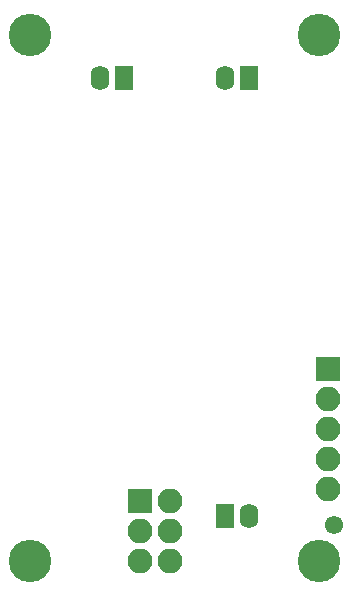
<source format=gbr>
G04 #@! TF.GenerationSoftware,KiCad,Pcbnew,(5.1.5)-3*
G04 #@! TF.CreationDate,2020-12-24T11:10:49+00:00*
G04 #@! TF.ProjectId,ModuleV421,4d6f6475-6c65-4563-9432-312e6b696361,rev?*
G04 #@! TF.SameCoordinates,Original*
G04 #@! TF.FileFunction,Soldermask,Bot*
G04 #@! TF.FilePolarity,Negative*
%FSLAX46Y46*%
G04 Gerber Fmt 4.6, Leading zero omitted, Abs format (unit mm)*
G04 Created by KiCad (PCBNEW (5.1.5)-3) date 2020-12-24 11:10:49*
%MOMM*%
%LPD*%
G04 APERTURE LIST*
%ADD10C,1.552000*%
%ADD11R,1.600000X2.100000*%
%ADD12O,1.600000X2.100000*%
%ADD13C,3.600000*%
%ADD14R,2.100000X2.100000*%
%ADD15O,2.100000X2.100000*%
G04 APERTURE END LIST*
D10*
X130417600Y-92237600D03*
D11*
X123217600Y-54387600D03*
D12*
X121217600Y-54387600D03*
D13*
X129167600Y-50737600D03*
X104667600Y-50737600D03*
X104667600Y-95237600D03*
X129167600Y-95237600D03*
D14*
X129917600Y-78987600D03*
D15*
X129917600Y-81527600D03*
X129917600Y-84067600D03*
X129917600Y-86607600D03*
X129917600Y-89147600D03*
D14*
X114017600Y-90237600D03*
D15*
X116557600Y-90237600D03*
X114017600Y-92777600D03*
X116557600Y-92777600D03*
X114017600Y-95317600D03*
X116557600Y-95317600D03*
D11*
X121217600Y-91487600D03*
D12*
X123217600Y-91487600D03*
D11*
X112617600Y-54387600D03*
D12*
X110617600Y-54387600D03*
M02*

</source>
